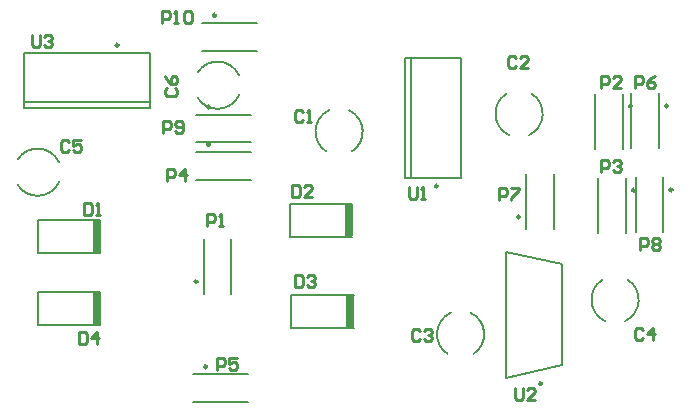
<source format=gto>
G04*
G04 #@! TF.GenerationSoftware,Altium Limited,Altium Designer,20.2.5 (213)*
G04*
G04 Layer_Color=65535*
%FSLAX44Y44*%
%MOMM*%
G71*
G04*
G04 #@! TF.SameCoordinates,7541D054-3382-41C0-95A3-E9C1F66121CC*
G04*
G04*
G04 #@! TF.FilePolarity,Positive*
G04*
G01*
G75*
%ADD10C,0.2000*%
%ADD11C,0.2500*%
%ADD12C,0.2540*%
%ADD13R,0.8000X2.8000*%
D10*
X190149Y292575D02*
G03*
X225203Y295009I16865J10750D01*
G01*
Y311642D02*
G03*
X190149Y314075I-18189J-8317D01*
G01*
X470601Y261006D02*
G03*
X473034Y296060I-8317J18189D01*
G01*
X451534D02*
G03*
X453967Y261006I10750J-16865D01*
G01*
X301567Y282144D02*
G03*
X299134Y247090I8317J-18189D01*
G01*
X320634D02*
G03*
X318201Y282144I-10750J16865D01*
G01*
X551881Y103526D02*
G03*
X554314Y138580I-8317J18189D01*
G01*
X532814D02*
G03*
X535247Y103526I10750J-16865D01*
G01*
X404437Y110694D02*
G03*
X402004Y75640I8317J-18189D01*
G01*
X423504D02*
G03*
X421071Y110694I-10750J16865D01*
G01*
X72803Y237982D02*
G03*
X37749Y240415I-18189J-8317D01*
G01*
Y218915D02*
G03*
X72803Y221348I16865J10750D01*
G01*
X491760Y181120D02*
Y227820D01*
X468360Y181120D02*
Y227820D01*
X561070Y178580D02*
Y225280D01*
X584470Y178580D02*
Y225280D01*
X188740Y255000D02*
X235440D01*
X188740Y278400D02*
X235440D01*
X193820Y332470D02*
X240520D01*
X193820Y355870D02*
X240520D01*
X580660Y249700D02*
Y296400D01*
X557260Y249700D02*
Y296400D01*
X186204Y35085D02*
X232904D01*
X186204Y58485D02*
X232904D01*
X526784Y249495D02*
Y296195D01*
X550184Y249495D02*
Y296195D01*
X370834Y224385D02*
Y326385D01*
X365834Y224385D02*
Y326385D01*
X412834Y224385D02*
Y326385D01*
X365834D02*
X412834D01*
X365834Y224385D02*
X412834D01*
X268144Y175025D02*
Y203025D01*
X321144D01*
X268144Y175025D02*
X321144D01*
X54784Y161055D02*
Y189055D01*
X107784D01*
X54784Y161055D02*
X107784D01*
X218714Y126305D02*
Y173005D01*
X195314Y126305D02*
Y173005D01*
X269414Y97555D02*
Y125555D01*
X322414D01*
X269414Y97555D02*
X322414D01*
X54784Y100095D02*
Y128095D01*
X107784D01*
X54784Y100095D02*
X107784D01*
X529324Y178375D02*
Y225075D01*
X552724Y178375D02*
Y225075D01*
X451484Y55665D02*
X498484Y66335D01*
X451484Y56165D02*
Y161865D01*
Y162365D02*
X498484Y151695D01*
Y66335D02*
Y151695D01*
X188740Y223250D02*
X235440D01*
X188740Y246650D02*
X235440D01*
X43024Y288715D02*
X150024D01*
X43024Y283715D02*
X150024D01*
X43024Y330715D02*
X150024D01*
Y283715D02*
Y330715D01*
X43024Y283715D02*
Y330715D01*
D11*
X463110Y191770D02*
G03*
X463110Y191770I-1250J0D01*
G01*
X592220Y214630D02*
G03*
X592220Y214630I-1250J0D01*
G01*
X200640Y284900D02*
G03*
X200640Y284900I-1250J0D01*
G01*
X205720Y362370D02*
G03*
X205720Y362370I-1250J0D01*
G01*
X588410Y285750D02*
G03*
X588410Y285750I-1250J0D01*
G01*
X198104Y64985D02*
G03*
X198104Y64985I-1250J0D01*
G01*
X557934Y285545D02*
G03*
X557934Y285545I-1250J0D01*
G01*
X393684Y217885D02*
G03*
X393684Y217885I-1250J0D01*
G01*
X190064Y136955D02*
G03*
X190064Y136955I-1250J0D01*
G01*
X560474Y214425D02*
G03*
X560474Y214425I-1250J0D01*
G01*
X481634Y50665D02*
G03*
X481634Y50665I-1250J0D01*
G01*
X200640Y253150D02*
G03*
X200640Y253150I-1250J0D01*
G01*
X123174Y337215D02*
G03*
X123174Y337215I-1250J0D01*
G01*
D12*
X160024Y355602D02*
Y365758D01*
X165103D01*
X166795Y364066D01*
Y360680D01*
X165103Y358987D01*
X160024D01*
X170181Y355602D02*
X173566D01*
X171874D01*
Y365758D01*
X170181Y364066D01*
X178645D02*
X180338Y365758D01*
X183723D01*
X185416Y364066D01*
Y357294D01*
X183723Y355602D01*
X180338D01*
X178645Y357294D01*
Y364066D01*
X160446Y262892D02*
Y273048D01*
X165524D01*
X167217Y271356D01*
Y267970D01*
X165524Y266277D01*
X160446D01*
X170603Y264584D02*
X172296Y262892D01*
X175681D01*
X177374Y264584D01*
Y271356D01*
X175681Y273048D01*
X172296D01*
X170603Y271356D01*
Y269663D01*
X172296Y267970D01*
X177374D01*
X564306Y163832D02*
Y173988D01*
X569384D01*
X571077Y172296D01*
Y168910D01*
X569384Y167217D01*
X564306D01*
X574463Y172296D02*
X576156Y173988D01*
X579541D01*
X581234Y172296D01*
Y170603D01*
X579541Y168910D01*
X581234Y167217D01*
Y165524D01*
X579541Y163832D01*
X576156D01*
X574463Y165524D01*
Y167217D01*
X576156Y168910D01*
X574463Y170603D01*
Y172296D01*
X576156Y168910D02*
X579541D01*
X444926Y205742D02*
Y215898D01*
X450004D01*
X451697Y214206D01*
Y210820D01*
X450004Y209127D01*
X444926D01*
X455083Y215898D02*
X461854D01*
Y214206D01*
X455083Y207434D01*
Y205742D01*
X560496Y300992D02*
Y311148D01*
X565574D01*
X567267Y309456D01*
Y306070D01*
X565574Y304377D01*
X560496D01*
X577424Y311148D02*
X574038Y309456D01*
X570653Y306070D01*
Y302684D01*
X572346Y300992D01*
X575731D01*
X577424Y302684D01*
Y304377D01*
X575731Y306070D01*
X570653D01*
X206166Y62232D02*
Y72388D01*
X211244D01*
X212937Y70696D01*
Y67310D01*
X211244Y65617D01*
X206166D01*
X223094Y72388D02*
X216323D01*
Y67310D01*
X219708Y69003D01*
X221401D01*
X223094Y67310D01*
Y63924D01*
X221401Y62232D01*
X218016D01*
X216323Y63924D01*
X49956Y345438D02*
Y336974D01*
X51649Y335282D01*
X55034D01*
X56727Y336974D01*
Y345438D01*
X60113Y343746D02*
X61806Y345438D01*
X65191D01*
X66884Y343746D01*
Y342053D01*
X65191Y340360D01*
X63498D01*
X65191D01*
X66884Y338667D01*
Y336974D01*
X65191Y335282D01*
X61806D01*
X60113Y336974D01*
X458896Y46988D02*
Y38524D01*
X460589Y36832D01*
X463974D01*
X465667Y38524D01*
Y46988D01*
X475824Y36832D02*
X469053D01*
X475824Y43603D01*
Y45296D01*
X474131Y46988D01*
X470746D01*
X469053Y45296D01*
X369149Y217168D02*
Y208704D01*
X370842Y207012D01*
X374227D01*
X375920Y208704D01*
Y217168D01*
X379306Y207012D02*
X382691D01*
X380998D01*
Y217168D01*
X379306Y215476D01*
X164252Y222456D02*
Y232613D01*
X169330D01*
X171023Y230920D01*
Y227535D01*
X169330Y225842D01*
X164252D01*
X179487Y222456D02*
Y232613D01*
X174409Y227535D01*
X181180D01*
X531286Y229872D02*
Y240028D01*
X536364D01*
X538057Y238336D01*
Y234950D01*
X536364Y233257D01*
X531286D01*
X541443Y238336D02*
X543136Y240028D01*
X546521D01*
X548214Y238336D01*
Y236643D01*
X546521Y234950D01*
X544828D01*
X546521D01*
X548214Y233257D01*
Y231564D01*
X546521Y229872D01*
X543136D01*
X541443Y231564D01*
X531286Y300992D02*
Y311148D01*
X536364D01*
X538057Y309456D01*
Y306070D01*
X536364Y304377D01*
X531286D01*
X548214Y300992D02*
X541443D01*
X548214Y307763D01*
Y309456D01*
X546521Y311148D01*
X543136D01*
X541443Y309456D01*
X197699Y184152D02*
Y194308D01*
X202777D01*
X204470Y192616D01*
Y189230D01*
X202777Y187537D01*
X197699D01*
X207856Y184152D02*
X211241D01*
X209548D01*
Y194308D01*
X207856Y192616D01*
X89326Y93978D02*
Y83822D01*
X94404D01*
X96097Y85514D01*
Y92286D01*
X94404Y93978D01*
X89326D01*
X104561Y83822D02*
Y93978D01*
X99483Y88900D01*
X106254D01*
X272206Y142238D02*
Y132082D01*
X277284D01*
X278977Y133774D01*
Y140546D01*
X277284Y142238D01*
X272206D01*
X282363Y140546D02*
X284056Y142238D01*
X287441D01*
X289134Y140546D01*
Y138853D01*
X287441Y137160D01*
X285748D01*
X287441D01*
X289134Y135467D01*
Y133774D01*
X287441Y132082D01*
X284056D01*
X282363Y133774D01*
X269666Y218438D02*
Y208282D01*
X274744D01*
X276437Y209974D01*
Y216746D01*
X274744Y218438D01*
X269666D01*
X286594Y208282D02*
X279823D01*
X286594Y215053D01*
Y216746D01*
X284901Y218438D01*
X281516D01*
X279823Y216746D01*
X93559Y203198D02*
Y193042D01*
X98637D01*
X100330Y194734D01*
Y201506D01*
X98637Y203198D01*
X93559D01*
X103716Y193042D02*
X107101D01*
X105408D01*
Y203198D01*
X103716Y201506D01*
X164254Y300567D02*
X162562Y298874D01*
Y295489D01*
X164254Y293796D01*
X171026D01*
X172718Y295489D01*
Y298874D01*
X171026Y300567D01*
X162562Y310724D02*
X164254Y307338D01*
X167640Y303953D01*
X171026D01*
X172718Y305646D01*
Y309031D01*
X171026Y310724D01*
X169333D01*
X167640Y309031D01*
Y303953D01*
X80857Y254846D02*
X79164Y256538D01*
X75779D01*
X74086Y254846D01*
Y248074D01*
X75779Y246382D01*
X79164D01*
X80857Y248074D01*
X91014Y256538D02*
X84243D01*
Y251460D01*
X87628Y253153D01*
X89321D01*
X91014Y251460D01*
Y248074D01*
X89321Y246382D01*
X85936D01*
X84243Y248074D01*
X567267Y96096D02*
X565574Y97788D01*
X562189D01*
X560496Y96096D01*
Y89324D01*
X562189Y87632D01*
X565574D01*
X567267Y89324D01*
X575731Y87632D02*
Y97788D01*
X570653Y92710D01*
X577424D01*
X378037Y94826D02*
X376344Y96518D01*
X372959D01*
X371266Y94826D01*
Y88054D01*
X372959Y86362D01*
X376344D01*
X378037Y88054D01*
X381423Y94826D02*
X383116Y96518D01*
X386501D01*
X388194Y94826D01*
Y93133D01*
X386501Y91440D01*
X384808D01*
X386501D01*
X388194Y89747D01*
Y88054D01*
X386501Y86362D01*
X383116D01*
X381423Y88054D01*
X459317Y325966D02*
X457624Y327658D01*
X454239D01*
X452546Y325966D01*
Y319194D01*
X454239Y317502D01*
X457624D01*
X459317Y319194D01*
X469474Y317502D02*
X462703D01*
X469474Y324273D01*
Y325966D01*
X467781Y327658D01*
X464396D01*
X462703Y325966D01*
X279400Y280246D02*
X277707Y281938D01*
X274322D01*
X272629Y280246D01*
Y273474D01*
X274322Y271782D01*
X277707D01*
X279400Y273474D01*
X282786Y271782D02*
X286171D01*
X284478D01*
Y281938D01*
X282786Y280246D01*
D13*
X318144Y189024D02*
D03*
X104784Y175054D02*
D03*
X319414Y111554D02*
D03*
X104784Y114094D02*
D03*
M02*

</source>
